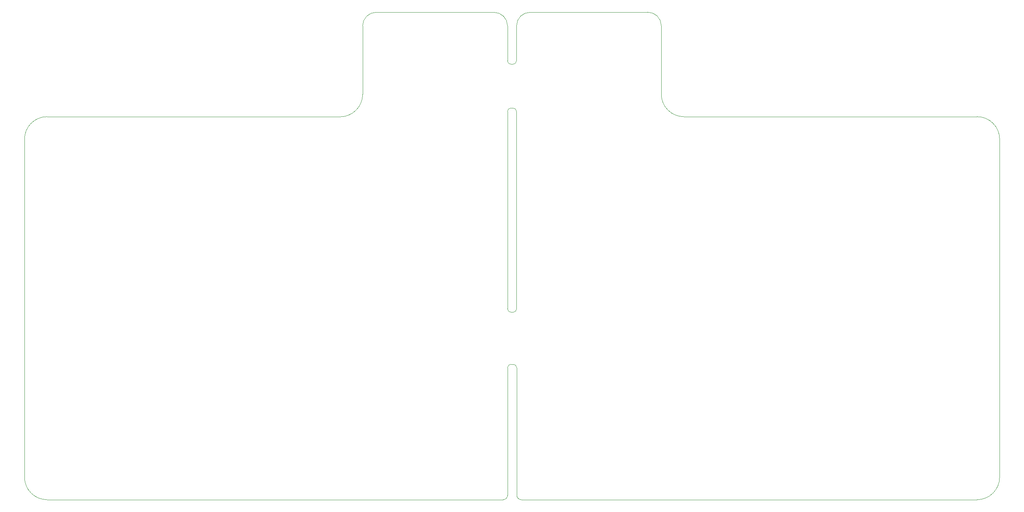
<source format=gm1>
G04 #@! TF.GenerationSoftware,KiCad,Pcbnew,7.0.9-7.0.9~ubuntu22.04.1*
G04 #@! TF.CreationDate,2023-12-21T23:36:55+01:00*
G04 #@! TF.ProjectId,basic60,62617369-6336-4302-9e6b-696361645f70,0.1*
G04 #@! TF.SameCoordinates,Original*
G04 #@! TF.FileFunction,Profile,NP*
%FSLAX46Y46*%
G04 Gerber Fmt 4.6, Leading zero omitted, Abs format (unit mm)*
G04 Created by KiCad (PCBNEW 7.0.9-7.0.9~ubuntu22.04.1) date 2023-12-21 23:36:55*
%MOMM*%
%LPD*%
G01*
G04 APERTURE LIST*
G04 #@! TA.AperFunction,Profile*
%ADD10C,0.100000*%
G04 #@! TD*
G04 #@! TA.AperFunction,Profile*
%ADD11C,0.050000*%
G04 #@! TD*
G04 APERTURE END LIST*
D10*
X120150000Y-26900000D02*
X146243485Y-26900000D01*
X149243493Y-29906508D02*
G75*
G03*
X146243485Y-26900000I-2999993J6508D01*
G01*
D11*
X148250000Y-135064400D02*
G75*
G03*
X149250000Y-134064466I100J999900D01*
G01*
D10*
X183300000Y-29867794D02*
X183300000Y-45064466D01*
D11*
X151262499Y-105761740D02*
G75*
G03*
X150512480Y-105012700I-749999J-960D01*
G01*
D10*
X183299934Y-45064466D02*
G75*
G03*
X188300000Y-50064466I5000066J66D01*
G01*
D11*
X112147458Y-50097459D02*
G75*
G03*
X117150000Y-45097458I2612J4999929D01*
G01*
X148250000Y-135064466D02*
X47250000Y-135064466D01*
X151262479Y-105761740D02*
X151298721Y-134065746D01*
X258250000Y-55064466D02*
X258250000Y-130064466D01*
X151298735Y-134065746D02*
G75*
G03*
X152298720Y-135064466I999965J1246D01*
G01*
D10*
X150512480Y-105012700D02*
X150000000Y-105012700D01*
D11*
X253250000Y-135064500D02*
G75*
G03*
X258250000Y-130064466I0J5000000D01*
G01*
X150476625Y-38425024D02*
G75*
G03*
X151226622Y-37676627I-25J750024D01*
G01*
X258250034Y-55064466D02*
G75*
G03*
X253250000Y-50064466I-5000034J-34D01*
G01*
X149243478Y-29906508D02*
X149226630Y-37673373D01*
D10*
X151225400Y-48899586D02*
G75*
G03*
X150475414Y-48150000I-750000J-414D01*
G01*
D11*
X183300005Y-29867794D02*
G75*
G03*
X180296674Y-26867797I-3000005J-6D01*
G01*
D10*
X150499586Y-93464466D02*
X149999586Y-93464466D01*
D11*
X42250000Y-55064466D02*
X42250000Y-130064466D01*
X149226602Y-37673373D02*
G75*
G03*
X149976629Y-38425000I749998J-1627D01*
G01*
D10*
X151225414Y-48899586D02*
X151249586Y-92714052D01*
D11*
X149250000Y-134064466D02*
X149250000Y-105762700D01*
X47250000Y-50064466D02*
X112147458Y-50097457D01*
D10*
X150499586Y-93464486D02*
G75*
G03*
X151249586Y-92714052I14J749986D01*
G01*
D11*
X42250034Y-130064466D02*
G75*
G03*
X47250000Y-135064466I4999966J-34D01*
G01*
D10*
X149249586Y-92714880D02*
X149225414Y-48900414D01*
D11*
X117150000Y-45097458D02*
X117150000Y-29900000D01*
D10*
X150000000Y-105012700D02*
G75*
G03*
X149250000Y-105762700I0J-750000D01*
G01*
D11*
X150475414Y-48150000D02*
X149975414Y-48150000D01*
D10*
X120150000Y-26900000D02*
G75*
G03*
X117150000Y-29900000I0J-3000000D01*
G01*
D11*
X154240181Y-26896709D02*
G75*
G03*
X151243514Y-29890175I3319J-2999991D01*
G01*
X149976629Y-38425000D02*
X150476625Y-38425000D01*
X151226623Y-37676627D02*
X151243514Y-29890175D01*
D10*
X149249534Y-92714880D02*
G75*
G03*
X149999586Y-93464466I750066J480D01*
G01*
D11*
X47250000Y-50064470D02*
G75*
G03*
X42250000Y-55064466I0J-5000000D01*
G01*
X253250000Y-135064466D02*
X152298720Y-135064466D01*
D10*
X149975414Y-48150014D02*
G75*
G03*
X149225414Y-48900414I-14J-749986D01*
G01*
D11*
X180296674Y-26867796D02*
X154240181Y-26896685D01*
D10*
X188300000Y-50064466D02*
X253250000Y-50064466D01*
M02*

</source>
